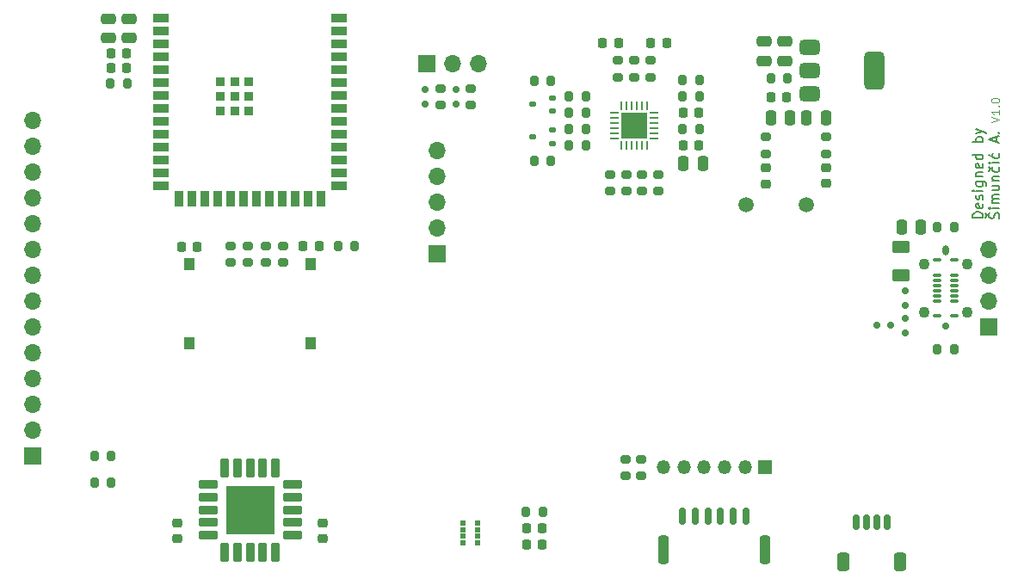
<source format=gts>
G04 #@! TF.GenerationSoftware,KiCad,Pcbnew,8.0.4*
G04 #@! TF.CreationDate,2024-11-11T15:06:12+01:00*
G04 #@! TF.ProjectId,100008_hw-vern-aqm,31303030-3038-45f6-9877-2d7665726e2d,1.1*
G04 #@! TF.SameCoordinates,Original*
G04 #@! TF.FileFunction,Soldermask,Top*
G04 #@! TF.FilePolarity,Negative*
%FSLAX46Y46*%
G04 Gerber Fmt 4.6, Leading zero omitted, Abs format (unit mm)*
G04 Created by KiCad (PCBNEW 8.0.4) date 2024-11-11 15:06:12*
%MOMM*%
%LPD*%
G01*
G04 APERTURE LIST*
G04 Aperture macros list*
%AMRoundRect*
0 Rectangle with rounded corners*
0 $1 Rounding radius*
0 $2 $3 $4 $5 $6 $7 $8 $9 X,Y pos of 4 corners*
0 Add a 4 corners polygon primitive as box body*
4,1,4,$2,$3,$4,$5,$6,$7,$8,$9,$2,$3,0*
0 Add four circle primitives for the rounded corners*
1,1,$1+$1,$2,$3*
1,1,$1+$1,$4,$5*
1,1,$1+$1,$6,$7*
1,1,$1+$1,$8,$9*
0 Add four rect primitives between the rounded corners*
20,1,$1+$1,$2,$3,$4,$5,0*
20,1,$1+$1,$4,$5,$6,$7,0*
20,1,$1+$1,$6,$7,$8,$9,0*
20,1,$1+$1,$8,$9,$2,$3,0*%
G04 Aperture macros list end*
%ADD10C,0.150000*%
%ADD11C,0.125000*%
%ADD12RoundRect,0.150000X0.200000X-0.150000X0.200000X0.150000X-0.200000X0.150000X-0.200000X-0.150000X0*%
%ADD13RoundRect,0.200000X-0.200000X-0.275000X0.200000X-0.275000X0.200000X0.275000X-0.200000X0.275000X0*%
%ADD14RoundRect,0.200000X0.275000X-0.200000X0.275000X0.200000X-0.275000X0.200000X-0.275000X-0.200000X0*%
%ADD15RoundRect,0.250000X0.475000X-0.250000X0.475000X0.250000X-0.475000X0.250000X-0.475000X-0.250000X0*%
%ADD16R,1.700000X1.700000*%
%ADD17O,1.700000X1.700000*%
%ADD18RoundRect,0.218750X-0.218750X-0.256250X0.218750X-0.256250X0.218750X0.256250X-0.218750X0.256250X0*%
%ADD19RoundRect,0.250000X-0.250000X-0.475000X0.250000X-0.475000X0.250000X0.475000X-0.250000X0.475000X0*%
%ADD20RoundRect,0.225000X-0.225000X-0.250000X0.225000X-0.250000X0.225000X0.250000X-0.225000X0.250000X0*%
%ADD21RoundRect,0.150000X-0.150000X-0.625000X0.150000X-0.625000X0.150000X0.625000X-0.150000X0.625000X0*%
%ADD22RoundRect,0.250000X-0.350000X-0.650000X0.350000X-0.650000X0.350000X0.650000X-0.350000X0.650000X0*%
%ADD23RoundRect,0.225000X0.225000X0.250000X-0.225000X0.250000X-0.225000X-0.250000X0.225000X-0.250000X0*%
%ADD24RoundRect,0.150000X-0.150000X-0.200000X0.150000X-0.200000X0.150000X0.200000X-0.150000X0.200000X0*%
%ADD25C,0.700000*%
%ADD26O,0.700000X1.000000*%
%ADD27RoundRect,0.075000X0.350000X-0.075000X0.350000X0.075000X-0.350000X0.075000X-0.350000X-0.075000X0*%
%ADD28C,1.100000*%
%ADD29RoundRect,0.200000X-0.275000X0.200000X-0.275000X-0.200000X0.275000X-0.200000X0.275000X0.200000X0*%
%ADD30RoundRect,0.200000X0.200000X0.275000X-0.200000X0.275000X-0.200000X-0.275000X0.200000X-0.275000X0*%
%ADD31C,1.500000*%
%ADD32RoundRect,0.250000X0.625000X-0.375000X0.625000X0.375000X-0.625000X0.375000X-0.625000X-0.375000X0*%
%ADD33R,1.350000X1.350000*%
%ADD34O,1.350000X1.350000*%
%ADD35R,1.000000X1.250000*%
%ADD36RoundRect,0.225000X-0.250000X0.225000X-0.250000X-0.225000X0.250000X-0.225000X0.250000X0.225000X0*%
%ADD37RoundRect,0.112500X0.237500X-0.112500X0.237500X0.112500X-0.237500X0.112500X-0.237500X-0.112500X0*%
%ADD38RoundRect,0.150000X0.150000X0.700000X-0.150000X0.700000X-0.150000X-0.700000X0.150000X-0.700000X0*%
%ADD39RoundRect,0.250000X0.250000X1.150000X-0.250000X1.150000X-0.250000X-1.150000X0.250000X-1.150000X0*%
%ADD40RoundRect,0.101600X0.175000X-0.175000X0.175000X0.175000X-0.175000X0.175000X-0.175000X-0.175000X0*%
%ADD41R,1.500000X0.900000*%
%ADD42R,0.900000X1.500000*%
%ADD43R,0.900000X0.900000*%
%ADD44RoundRect,0.218750X0.256250X-0.218750X0.256250X0.218750X-0.256250X0.218750X-0.256250X-0.218750X0*%
%ADD45RoundRect,0.212500X0.212500X-0.737500X0.212500X0.737500X-0.212500X0.737500X-0.212500X-0.737500X0*%
%ADD46RoundRect,0.212500X0.737500X-0.212500X0.737500X0.212500X-0.737500X0.212500X-0.737500X-0.212500X0*%
%ADD47R,4.800000X4.800000*%
%ADD48RoundRect,0.250000X0.250000X0.475000X-0.250000X0.475000X-0.250000X-0.475000X0.250000X-0.475000X0*%
%ADD49RoundRect,0.062500X0.062500X-0.350000X0.062500X0.350000X-0.062500X0.350000X-0.062500X-0.350000X0*%
%ADD50RoundRect,0.062500X0.350000X-0.062500X0.350000X0.062500X-0.350000X0.062500X-0.350000X-0.062500X0*%
%ADD51R,2.600000X2.600000*%
%ADD52RoundRect,0.375000X-0.625000X-0.375000X0.625000X-0.375000X0.625000X0.375000X-0.625000X0.375000X0*%
%ADD53RoundRect,0.500000X-0.500000X-1.400000X0.500000X-1.400000X0.500000X1.400000X-0.500000X1.400000X0*%
G04 APERTURE END LIST*
D10*
X195459875Y-321253220D02*
X194459875Y-321253220D01*
X194459875Y-321253220D02*
X194459875Y-321015125D01*
X194459875Y-321015125D02*
X194507494Y-320872268D01*
X194507494Y-320872268D02*
X194602732Y-320777030D01*
X194602732Y-320777030D02*
X194697970Y-320729411D01*
X194697970Y-320729411D02*
X194888446Y-320681792D01*
X194888446Y-320681792D02*
X195031303Y-320681792D01*
X195031303Y-320681792D02*
X195221779Y-320729411D01*
X195221779Y-320729411D02*
X195317017Y-320777030D01*
X195317017Y-320777030D02*
X195412256Y-320872268D01*
X195412256Y-320872268D02*
X195459875Y-321015125D01*
X195459875Y-321015125D02*
X195459875Y-321253220D01*
X195412256Y-319872268D02*
X195459875Y-319967506D01*
X195459875Y-319967506D02*
X195459875Y-320157982D01*
X195459875Y-320157982D02*
X195412256Y-320253220D01*
X195412256Y-320253220D02*
X195317017Y-320300839D01*
X195317017Y-320300839D02*
X194936065Y-320300839D01*
X194936065Y-320300839D02*
X194840827Y-320253220D01*
X194840827Y-320253220D02*
X194793208Y-320157982D01*
X194793208Y-320157982D02*
X194793208Y-319967506D01*
X194793208Y-319967506D02*
X194840827Y-319872268D01*
X194840827Y-319872268D02*
X194936065Y-319824649D01*
X194936065Y-319824649D02*
X195031303Y-319824649D01*
X195031303Y-319824649D02*
X195126541Y-320300839D01*
X195412256Y-319443696D02*
X195459875Y-319348458D01*
X195459875Y-319348458D02*
X195459875Y-319157982D01*
X195459875Y-319157982D02*
X195412256Y-319062744D01*
X195412256Y-319062744D02*
X195317017Y-319015125D01*
X195317017Y-319015125D02*
X195269398Y-319015125D01*
X195269398Y-319015125D02*
X195174160Y-319062744D01*
X195174160Y-319062744D02*
X195126541Y-319157982D01*
X195126541Y-319157982D02*
X195126541Y-319300839D01*
X195126541Y-319300839D02*
X195078922Y-319396077D01*
X195078922Y-319396077D02*
X194983684Y-319443696D01*
X194983684Y-319443696D02*
X194936065Y-319443696D01*
X194936065Y-319443696D02*
X194840827Y-319396077D01*
X194840827Y-319396077D02*
X194793208Y-319300839D01*
X194793208Y-319300839D02*
X194793208Y-319157982D01*
X194793208Y-319157982D02*
X194840827Y-319062744D01*
X195459875Y-318586553D02*
X194793208Y-318586553D01*
X194459875Y-318586553D02*
X194507494Y-318634172D01*
X194507494Y-318634172D02*
X194555113Y-318586553D01*
X194555113Y-318586553D02*
X194507494Y-318538934D01*
X194507494Y-318538934D02*
X194459875Y-318586553D01*
X194459875Y-318586553D02*
X194555113Y-318586553D01*
X194793208Y-317681792D02*
X195602732Y-317681792D01*
X195602732Y-317681792D02*
X195697970Y-317729411D01*
X195697970Y-317729411D02*
X195745589Y-317777030D01*
X195745589Y-317777030D02*
X195793208Y-317872268D01*
X195793208Y-317872268D02*
X195793208Y-318015125D01*
X195793208Y-318015125D02*
X195745589Y-318110363D01*
X195412256Y-317681792D02*
X195459875Y-317777030D01*
X195459875Y-317777030D02*
X195459875Y-317967506D01*
X195459875Y-317967506D02*
X195412256Y-318062744D01*
X195412256Y-318062744D02*
X195364636Y-318110363D01*
X195364636Y-318110363D02*
X195269398Y-318157982D01*
X195269398Y-318157982D02*
X194983684Y-318157982D01*
X194983684Y-318157982D02*
X194888446Y-318110363D01*
X194888446Y-318110363D02*
X194840827Y-318062744D01*
X194840827Y-318062744D02*
X194793208Y-317967506D01*
X194793208Y-317967506D02*
X194793208Y-317777030D01*
X194793208Y-317777030D02*
X194840827Y-317681792D01*
X194793208Y-317205601D02*
X195459875Y-317205601D01*
X194888446Y-317205601D02*
X194840827Y-317157982D01*
X194840827Y-317157982D02*
X194793208Y-317062744D01*
X194793208Y-317062744D02*
X194793208Y-316919887D01*
X194793208Y-316919887D02*
X194840827Y-316824649D01*
X194840827Y-316824649D02*
X194936065Y-316777030D01*
X194936065Y-316777030D02*
X195459875Y-316777030D01*
X195412256Y-315919887D02*
X195459875Y-316015125D01*
X195459875Y-316015125D02*
X195459875Y-316205601D01*
X195459875Y-316205601D02*
X195412256Y-316300839D01*
X195412256Y-316300839D02*
X195317017Y-316348458D01*
X195317017Y-316348458D02*
X194936065Y-316348458D01*
X194936065Y-316348458D02*
X194840827Y-316300839D01*
X194840827Y-316300839D02*
X194793208Y-316205601D01*
X194793208Y-316205601D02*
X194793208Y-316015125D01*
X194793208Y-316015125D02*
X194840827Y-315919887D01*
X194840827Y-315919887D02*
X194936065Y-315872268D01*
X194936065Y-315872268D02*
X195031303Y-315872268D01*
X195031303Y-315872268D02*
X195126541Y-316348458D01*
X195459875Y-315015125D02*
X194459875Y-315015125D01*
X195412256Y-315015125D02*
X195459875Y-315110363D01*
X195459875Y-315110363D02*
X195459875Y-315300839D01*
X195459875Y-315300839D02*
X195412256Y-315396077D01*
X195412256Y-315396077D02*
X195364636Y-315443696D01*
X195364636Y-315443696D02*
X195269398Y-315491315D01*
X195269398Y-315491315D02*
X194983684Y-315491315D01*
X194983684Y-315491315D02*
X194888446Y-315443696D01*
X194888446Y-315443696D02*
X194840827Y-315396077D01*
X194840827Y-315396077D02*
X194793208Y-315300839D01*
X194793208Y-315300839D02*
X194793208Y-315110363D01*
X194793208Y-315110363D02*
X194840827Y-315015125D01*
X195459875Y-313777029D02*
X194459875Y-313777029D01*
X194840827Y-313777029D02*
X194793208Y-313681791D01*
X194793208Y-313681791D02*
X194793208Y-313491315D01*
X194793208Y-313491315D02*
X194840827Y-313396077D01*
X194840827Y-313396077D02*
X194888446Y-313348458D01*
X194888446Y-313348458D02*
X194983684Y-313300839D01*
X194983684Y-313300839D02*
X195269398Y-313300839D01*
X195269398Y-313300839D02*
X195364636Y-313348458D01*
X195364636Y-313348458D02*
X195412256Y-313396077D01*
X195412256Y-313396077D02*
X195459875Y-313491315D01*
X195459875Y-313491315D02*
X195459875Y-313681791D01*
X195459875Y-313681791D02*
X195412256Y-313777029D01*
X194793208Y-312967505D02*
X195459875Y-312729410D01*
X194793208Y-312491315D02*
X195459875Y-312729410D01*
X195459875Y-312729410D02*
X195697970Y-312824648D01*
X195697970Y-312824648D02*
X195745589Y-312872267D01*
X195745589Y-312872267D02*
X195793208Y-312967505D01*
X197022200Y-321300839D02*
X197069819Y-321157982D01*
X197069819Y-321157982D02*
X197069819Y-320919887D01*
X197069819Y-320919887D02*
X197022200Y-320824649D01*
X197022200Y-320824649D02*
X196974580Y-320777030D01*
X196974580Y-320777030D02*
X196879342Y-320729411D01*
X196879342Y-320729411D02*
X196784104Y-320729411D01*
X196784104Y-320729411D02*
X196688866Y-320777030D01*
X196688866Y-320777030D02*
X196641247Y-320824649D01*
X196641247Y-320824649D02*
X196593628Y-320919887D01*
X196593628Y-320919887D02*
X196546009Y-321110363D01*
X196546009Y-321110363D02*
X196498390Y-321205601D01*
X196498390Y-321205601D02*
X196450771Y-321253220D01*
X196450771Y-321253220D02*
X196355533Y-321300839D01*
X196355533Y-321300839D02*
X196260295Y-321300839D01*
X196260295Y-321300839D02*
X196165057Y-321253220D01*
X196165057Y-321253220D02*
X196117438Y-321205601D01*
X196117438Y-321205601D02*
X196069819Y-321110363D01*
X196069819Y-321110363D02*
X196069819Y-320872268D01*
X196069819Y-320872268D02*
X196117438Y-320729411D01*
X195688866Y-321205601D02*
X195831723Y-321015125D01*
X195831723Y-321015125D02*
X195688866Y-320824649D01*
X197069819Y-320300839D02*
X196403152Y-320300839D01*
X196069819Y-320300839D02*
X196117438Y-320348458D01*
X196117438Y-320348458D02*
X196165057Y-320300839D01*
X196165057Y-320300839D02*
X196117438Y-320253220D01*
X196117438Y-320253220D02*
X196069819Y-320300839D01*
X196069819Y-320300839D02*
X196165057Y-320300839D01*
X197069819Y-319824649D02*
X196403152Y-319824649D01*
X196498390Y-319824649D02*
X196450771Y-319777030D01*
X196450771Y-319777030D02*
X196403152Y-319681792D01*
X196403152Y-319681792D02*
X196403152Y-319538935D01*
X196403152Y-319538935D02*
X196450771Y-319443697D01*
X196450771Y-319443697D02*
X196546009Y-319396078D01*
X196546009Y-319396078D02*
X197069819Y-319396078D01*
X196546009Y-319396078D02*
X196450771Y-319348459D01*
X196450771Y-319348459D02*
X196403152Y-319253221D01*
X196403152Y-319253221D02*
X196403152Y-319110364D01*
X196403152Y-319110364D02*
X196450771Y-319015125D01*
X196450771Y-319015125D02*
X196546009Y-318967506D01*
X196546009Y-318967506D02*
X197069819Y-318967506D01*
X196403152Y-318062745D02*
X197069819Y-318062745D01*
X196403152Y-318491316D02*
X196926961Y-318491316D01*
X196926961Y-318491316D02*
X197022200Y-318443697D01*
X197022200Y-318443697D02*
X197069819Y-318348459D01*
X197069819Y-318348459D02*
X197069819Y-318205602D01*
X197069819Y-318205602D02*
X197022200Y-318110364D01*
X197022200Y-318110364D02*
X196974580Y-318062745D01*
X196403152Y-317586554D02*
X197069819Y-317586554D01*
X196498390Y-317586554D02*
X196450771Y-317538935D01*
X196450771Y-317538935D02*
X196403152Y-317443697D01*
X196403152Y-317443697D02*
X196403152Y-317300840D01*
X196403152Y-317300840D02*
X196450771Y-317205602D01*
X196450771Y-317205602D02*
X196546009Y-317157983D01*
X196546009Y-317157983D02*
X197069819Y-317157983D01*
X197022200Y-316253221D02*
X197069819Y-316348459D01*
X197069819Y-316348459D02*
X197069819Y-316538935D01*
X197069819Y-316538935D02*
X197022200Y-316634173D01*
X197022200Y-316634173D02*
X196974580Y-316681792D01*
X196974580Y-316681792D02*
X196879342Y-316729411D01*
X196879342Y-316729411D02*
X196593628Y-316729411D01*
X196593628Y-316729411D02*
X196498390Y-316681792D01*
X196498390Y-316681792D02*
X196450771Y-316634173D01*
X196450771Y-316634173D02*
X196403152Y-316538935D01*
X196403152Y-316538935D02*
X196403152Y-316348459D01*
X196403152Y-316348459D02*
X196450771Y-316253221D01*
X196022200Y-316634173D02*
X196165057Y-316443697D01*
X196165057Y-316443697D02*
X196022200Y-316253221D01*
X197069819Y-315824649D02*
X196403152Y-315824649D01*
X196069819Y-315824649D02*
X196117438Y-315872268D01*
X196117438Y-315872268D02*
X196165057Y-315824649D01*
X196165057Y-315824649D02*
X196117438Y-315777030D01*
X196117438Y-315777030D02*
X196069819Y-315824649D01*
X196069819Y-315824649D02*
X196165057Y-315824649D01*
X197022200Y-314919888D02*
X197069819Y-315015126D01*
X197069819Y-315015126D02*
X197069819Y-315205602D01*
X197069819Y-315205602D02*
X197022200Y-315300840D01*
X197022200Y-315300840D02*
X196974580Y-315348459D01*
X196974580Y-315348459D02*
X196879342Y-315396078D01*
X196879342Y-315396078D02*
X196593628Y-315396078D01*
X196593628Y-315396078D02*
X196498390Y-315348459D01*
X196498390Y-315348459D02*
X196450771Y-315300840D01*
X196450771Y-315300840D02*
X196403152Y-315205602D01*
X196403152Y-315205602D02*
X196403152Y-315015126D01*
X196403152Y-315015126D02*
X196450771Y-314919888D01*
X196022200Y-315015126D02*
X196165057Y-315157983D01*
X196784104Y-313777030D02*
X196784104Y-313300840D01*
X197069819Y-313872268D02*
X196069819Y-313538935D01*
X196069819Y-313538935D02*
X197069819Y-313205602D01*
X196974580Y-312872268D02*
X197022200Y-312824649D01*
X197022200Y-312824649D02*
X197069819Y-312872268D01*
X197069819Y-312872268D02*
X197022200Y-312919887D01*
X197022200Y-312919887D02*
X196974580Y-312872268D01*
X196974580Y-312872268D02*
X197069819Y-312872268D01*
D11*
X196270595Y-311831573D02*
X197070595Y-311564906D01*
X197070595Y-311564906D02*
X196270595Y-311298240D01*
X197070595Y-310612526D02*
X197070595Y-311069669D01*
X197070595Y-310841097D02*
X196270595Y-310841097D01*
X196270595Y-310841097D02*
X196384880Y-310917288D01*
X196384880Y-310917288D02*
X196461071Y-310993478D01*
X196461071Y-310993478D02*
X196499166Y-311069669D01*
X196994404Y-310269668D02*
X197032500Y-310231573D01*
X197032500Y-310231573D02*
X197070595Y-310269668D01*
X197070595Y-310269668D02*
X197032500Y-310307764D01*
X197032500Y-310307764D02*
X196994404Y-310269668D01*
X196994404Y-310269668D02*
X197070595Y-310269668D01*
X196270595Y-309736335D02*
X196270595Y-309660145D01*
X196270595Y-309660145D02*
X196308690Y-309583954D01*
X196308690Y-309583954D02*
X196346785Y-309545859D01*
X196346785Y-309545859D02*
X196422976Y-309507764D01*
X196422976Y-309507764D02*
X196575357Y-309469669D01*
X196575357Y-309469669D02*
X196765833Y-309469669D01*
X196765833Y-309469669D02*
X196918214Y-309507764D01*
X196918214Y-309507764D02*
X196994404Y-309545859D01*
X196994404Y-309545859D02*
X197032500Y-309583954D01*
X197032500Y-309583954D02*
X197070595Y-309660145D01*
X197070595Y-309660145D02*
X197070595Y-309736335D01*
X197070595Y-309736335D02*
X197032500Y-309812526D01*
X197032500Y-309812526D02*
X196994404Y-309850621D01*
X196994404Y-309850621D02*
X196918214Y-309888716D01*
X196918214Y-309888716D02*
X196765833Y-309926812D01*
X196765833Y-309926812D02*
X196575357Y-309926812D01*
X196575357Y-309926812D02*
X196422976Y-309888716D01*
X196422976Y-309888716D02*
X196346785Y-309850621D01*
X196346785Y-309850621D02*
X196308690Y-309812526D01*
X196308690Y-309812526D02*
X196270595Y-309736335D01*
D12*
X187790000Y-331180000D03*
X187790000Y-332580000D03*
D13*
X165925000Y-309290000D03*
X167575000Y-309290000D03*
D14*
X161150000Y-307415000D03*
X161150000Y-305765000D03*
D13*
X132000000Y-323990000D03*
X133650000Y-323990000D03*
X151300000Y-307765000D03*
X152950000Y-307765000D03*
D15*
X176000000Y-305790000D03*
X176000000Y-303890000D03*
D14*
X124900000Y-325665000D03*
X124900000Y-324015000D03*
D15*
X111450000Y-303540000D03*
X111450000Y-301640000D03*
D12*
X187790000Y-328430000D03*
X187790000Y-329830000D03*
D16*
X140770000Y-306040000D03*
D17*
X143310000Y-306040000D03*
X145850000Y-306040000D03*
D18*
X162762500Y-304040000D03*
X164337500Y-304040000D03*
D19*
X166000000Y-315940000D03*
X167900000Y-315940000D03*
D20*
X150566524Y-353381524D03*
X152116524Y-353381524D03*
D21*
X183000000Y-351240000D03*
X184000000Y-351240000D03*
X185000000Y-351240000D03*
X186000000Y-351240000D03*
D22*
X181700000Y-355115000D03*
X187300000Y-355115000D03*
D23*
X111225000Y-306515000D03*
X109675000Y-306515000D03*
D24*
X186390000Y-331780000D03*
X184990000Y-331780000D03*
D25*
X191800000Y-331920000D03*
D26*
X191800000Y-324420000D03*
D27*
X190965000Y-330920000D03*
X190965000Y-329420000D03*
X190965000Y-328920000D03*
X190965000Y-328420000D03*
X190965000Y-327920000D03*
X190965000Y-327420000D03*
X190965000Y-326920000D03*
X190975000Y-325420000D03*
X192635000Y-325420000D03*
X192635000Y-326920000D03*
X192635000Y-327420000D03*
X192635000Y-327920000D03*
X192635000Y-328420000D03*
X192635000Y-328920000D03*
X192635000Y-329420000D03*
X192635000Y-330920000D03*
D28*
X189650000Y-330570000D03*
X193950000Y-330570000D03*
X189650000Y-325770000D03*
X193950000Y-325770000D03*
D12*
X140600000Y-308640000D03*
X140600000Y-310040000D03*
D29*
X161950000Y-316965000D03*
X161950000Y-318615000D03*
D30*
X167575000Y-312490000D03*
X165925000Y-312490000D03*
D18*
X158012500Y-304040000D03*
X159587500Y-304040000D03*
D31*
X178100000Y-319990000D03*
D23*
X176175000Y-309340000D03*
X174625000Y-309340000D03*
D16*
X141775000Y-324765000D03*
D17*
X141775000Y-322225000D03*
X141775000Y-319685000D03*
X141775000Y-317145000D03*
X141775000Y-314605000D03*
D15*
X109450000Y-303540000D03*
X109450000Y-301640000D03*
D14*
X161800000Y-346665000D03*
X161800000Y-345015000D03*
D13*
X150516524Y-350181524D03*
X152166524Y-350181524D03*
X109625000Y-307990000D03*
X111275000Y-307990000D03*
D23*
X130125000Y-323990000D03*
X128575000Y-323990000D03*
D32*
X187390000Y-326880000D03*
X187390000Y-324080000D03*
D14*
X121425000Y-325665000D03*
X121425000Y-324015000D03*
D33*
X174030000Y-345830000D03*
D34*
X172030000Y-345830000D03*
X170030000Y-345830000D03*
X168030000Y-345830000D03*
X166030000Y-345830000D03*
X164030000Y-345830000D03*
D12*
X143600000Y-308640000D03*
X143600000Y-310040000D03*
D23*
X111225000Y-305040000D03*
X109675000Y-305040000D03*
D14*
X159550000Y-307415000D03*
X159550000Y-305765000D03*
D35*
X117350000Y-325815000D03*
X117350000Y-333565000D03*
D19*
X178100000Y-311440000D03*
X180000000Y-311440000D03*
D30*
X167575000Y-307690000D03*
X165925000Y-307690000D03*
D29*
X180000000Y-313277500D03*
X180000000Y-314927500D03*
D36*
X116200000Y-351265000D03*
X116200000Y-352815000D03*
D30*
X156375000Y-310890000D03*
X154725000Y-310890000D03*
X156375000Y-314090000D03*
X154725000Y-314090000D03*
D16*
X102000000Y-344680000D03*
D17*
X102000000Y-342140000D03*
X102000000Y-339600000D03*
X102000000Y-337060000D03*
X102000000Y-334520000D03*
X102000000Y-331980000D03*
X102000000Y-329440000D03*
X102000000Y-326900000D03*
X102000000Y-324360000D03*
X102000000Y-321820000D03*
X102000000Y-319280000D03*
X102000000Y-316740000D03*
X102000000Y-314200000D03*
X102000000Y-311660000D03*
D37*
X153125000Y-313940000D03*
X153125000Y-312640000D03*
X151125000Y-313290000D03*
D20*
X150566524Y-351781524D03*
X152116524Y-351781524D03*
D38*
X172145000Y-350580000D03*
X170895000Y-350580000D03*
X169645000Y-350580000D03*
X168395000Y-350580000D03*
X167145000Y-350580000D03*
X165895000Y-350580000D03*
D39*
X173995000Y-353930000D03*
X164045000Y-353930000D03*
D14*
X158750000Y-318615000D03*
X158750000Y-316965000D03*
D16*
X196000000Y-331980000D03*
D17*
X196000000Y-329440000D03*
X196000000Y-326900000D03*
X196000000Y-324360000D03*
D40*
X144291524Y-353231524D03*
X144291524Y-352581524D03*
X144291524Y-351931524D03*
X144291524Y-351281524D03*
X145741524Y-351281524D03*
X145741524Y-351931524D03*
X145741524Y-352581524D03*
X145741524Y-353231524D03*
D30*
X156375000Y-309290000D03*
X154725000Y-309290000D03*
D14*
X123150000Y-325665000D03*
X123150000Y-324015000D03*
D20*
X165975000Y-310890000D03*
X167525000Y-310890000D03*
D15*
X173900000Y-305790000D03*
X173900000Y-303890000D03*
D41*
X114600000Y-301580000D03*
X114600000Y-302850000D03*
X114600000Y-304120000D03*
X114600000Y-305390000D03*
X114600000Y-306660000D03*
X114600000Y-307930000D03*
X114600000Y-309200000D03*
X114600000Y-310470000D03*
X114600000Y-311740000D03*
X114600000Y-313010000D03*
X114600000Y-314280000D03*
X114600000Y-315550000D03*
X114600000Y-316820000D03*
X114600000Y-318090000D03*
D42*
X116365000Y-319340000D03*
X117635000Y-319340000D03*
X118905000Y-319340000D03*
X120175000Y-319340000D03*
X121445000Y-319340000D03*
X122715000Y-319340000D03*
X123985000Y-319340000D03*
X125255000Y-319340000D03*
X126525000Y-319340000D03*
X127795000Y-319340000D03*
X129065000Y-319340000D03*
X130335000Y-319340000D03*
D41*
X132100000Y-318090000D03*
X132100000Y-316820000D03*
X132100000Y-315550000D03*
X132100000Y-314280000D03*
X132100000Y-313010000D03*
X132100000Y-311740000D03*
X132100000Y-310470000D03*
X132100000Y-309200000D03*
X132100000Y-307930000D03*
X132100000Y-306660000D03*
X132100000Y-305390000D03*
X132100000Y-304120000D03*
X132100000Y-302850000D03*
X132100000Y-301580000D03*
D43*
X120450000Y-307900000D03*
X120450000Y-309300000D03*
X120450000Y-310700000D03*
X120450000Y-310700000D03*
X121850000Y-307900000D03*
X121850000Y-307900000D03*
X121850000Y-309300000D03*
X121850000Y-310700000D03*
X123250000Y-307900000D03*
X123250000Y-309300000D03*
X123250000Y-310700000D03*
D44*
X180000000Y-317865000D03*
X180000000Y-316290000D03*
D13*
X108050000Y-344690000D03*
X109700000Y-344690000D03*
D29*
X142100000Y-308515000D03*
X142100000Y-310165000D03*
D13*
X108050000Y-347290000D03*
X109700000Y-347290000D03*
D45*
X120850000Y-354140000D03*
X122100000Y-354140000D03*
X123350000Y-354140000D03*
X124600000Y-354140000D03*
X125850000Y-354140000D03*
D46*
X127500000Y-352490000D03*
X127500000Y-351240000D03*
X127500000Y-349990000D03*
X127500000Y-348740000D03*
X127500000Y-347490000D03*
D45*
X125850000Y-345840000D03*
X124600000Y-345840000D03*
X123350000Y-345840000D03*
X122100000Y-345840000D03*
X120850000Y-345840000D03*
D46*
X119200000Y-347490000D03*
X119200000Y-348740000D03*
X119200000Y-349990000D03*
X119200000Y-351240000D03*
X119200000Y-352490000D03*
D47*
X123350000Y-349990000D03*
D29*
X160350000Y-316965000D03*
X160350000Y-318615000D03*
D14*
X163550000Y-318615000D03*
X163550000Y-316965000D03*
D48*
X176500000Y-311440000D03*
X174600000Y-311440000D03*
D20*
X165975000Y-314090000D03*
X167525000Y-314090000D03*
D35*
X129350000Y-325815000D03*
X129350000Y-333565000D03*
D37*
X153125000Y-310740000D03*
X153125000Y-309440000D03*
X151125000Y-310090000D03*
D14*
X126625000Y-325665000D03*
X126625000Y-324015000D03*
D49*
X159900000Y-314127500D03*
X160400000Y-314127500D03*
X160900000Y-314127500D03*
X161400000Y-314127500D03*
X161900000Y-314127500D03*
X162400000Y-314127500D03*
D50*
X163087500Y-313440000D03*
X163087500Y-312940000D03*
X163087500Y-312440000D03*
X163087500Y-311940000D03*
X163087500Y-311440000D03*
X163087500Y-310940000D03*
D49*
X162400000Y-310252500D03*
X161900000Y-310252500D03*
X161400000Y-310252500D03*
X160900000Y-310252500D03*
X160400000Y-310252500D03*
X159900000Y-310252500D03*
D50*
X159212500Y-310940000D03*
X159212500Y-311440000D03*
X159212500Y-311940000D03*
X159212500Y-312440000D03*
X159212500Y-312940000D03*
X159212500Y-313440000D03*
D51*
X161150000Y-312190000D03*
D30*
X176225000Y-307540000D03*
X174575000Y-307540000D03*
D14*
X162750000Y-307415000D03*
X162750000Y-305765000D03*
D29*
X160300000Y-345015000D03*
X160300000Y-346665000D03*
D13*
X190965000Y-334180000D03*
X192615000Y-334180000D03*
D36*
X130500000Y-351265000D03*
X130500000Y-352815000D03*
D44*
X174100000Y-317902500D03*
X174100000Y-316327500D03*
D20*
X116575000Y-324090000D03*
X118125000Y-324090000D03*
D19*
X187440000Y-322130000D03*
X189340000Y-322130000D03*
D30*
X192615000Y-322130000D03*
X190965000Y-322130000D03*
D29*
X145100000Y-308515000D03*
X145100000Y-310165000D03*
D13*
X151300000Y-315615000D03*
X152950000Y-315615000D03*
D30*
X156375000Y-312490000D03*
X154725000Y-312490000D03*
D29*
X174100000Y-313315000D03*
X174100000Y-314965000D03*
D31*
X172175000Y-319990000D03*
D52*
X178450000Y-304440000D03*
X178450000Y-306740000D03*
D53*
X184750000Y-306740000D03*
D52*
X178450000Y-309040000D03*
M02*

</source>
